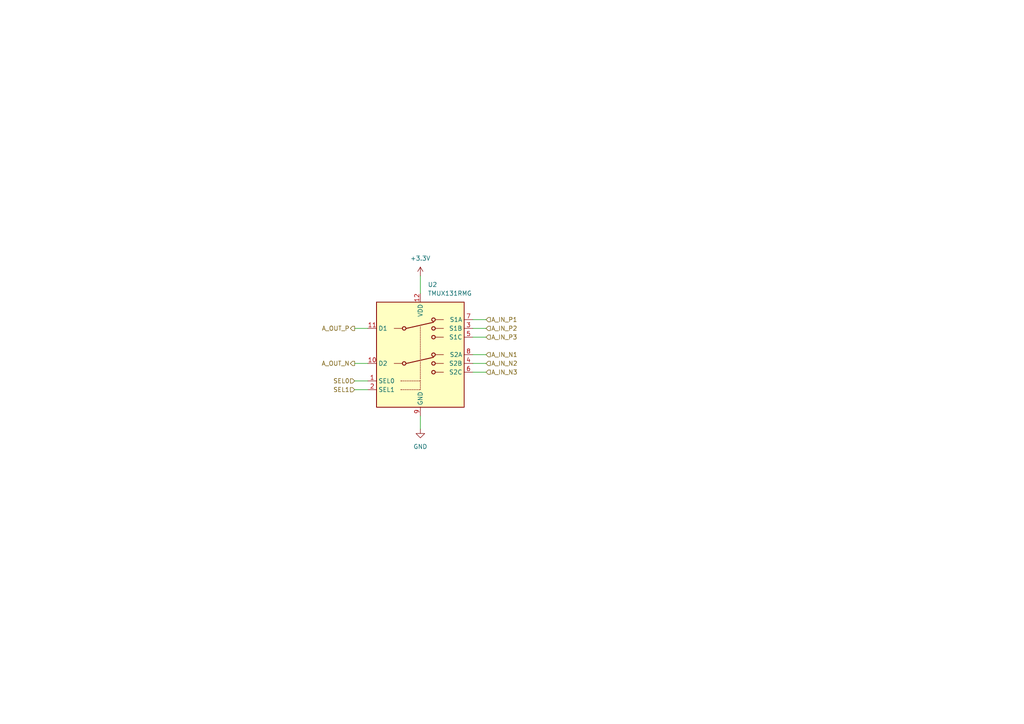
<source format=kicad_sch>
(kicad_sch (version 20250114) (generator "eeschema") (generator_version "9.0")
  (paper "A4")
  (lib_symbols
    (symbol "Analog_Switch:TMUX131RMG"
      (property "Reference" "U" (at -11.43 16.51 0))
      (property "Value" "TMUX131RMG" (at 7.62 16.51 0))
      (symbol "TMUX131RMG_1_1"
        (rectangle (start -12.7 15.24) (end 12.7 -15.24) (stroke (width 0.254)) (fill (type background)))
        (polyline (pts (xy -7.62 7.62) (xy -5.334 7.62)))
        (polyline (pts (xy -7.62 -2.54) (xy -5.334 -2.54)))
        (polyline (pts (xy -5.715 -7.62) (xy -5.207 -7.62)))
        (polyline (pts (xy -5.715 -10.16) (xy -5.207 -10.16)))
        (polyline (pts (xy -4.953 -7.62) (xy -4.699 -7.62)))
        (polyline (pts (xy -4.953 -10.16) (xy -4.699 -10.16)))
        (circle (center -4.699 7.62) (radius 0.508) (stroke (width 0.254)))
        (circle (center -4.699 -2.54) (radius 0.508) (stroke (width 0.254)))
        (polyline (pts (xy -4.445 -7.62) (xy -4.191 -7.62)))
        (polyline (pts (xy -4.445 -10.16) (xy -4.191 -10.16)))
        (polyline (pts (xy -3.937 -7.62) (xy -3.683 -7.62)))
        (polyline (pts (xy -3.937 -10.16) (xy -3.683 -10.16)))
        (polyline (pts (xy -3.429 -7.62) (xy -3.175 -7.62)))
        (polyline (pts (xy -3.429 -10.16) (xy -3.175 -10.16)))
        (polyline (pts (xy -2.921 -7.62) (xy -2.667 -7.62)))
        (polyline (pts (xy -2.921 -10.16) (xy -2.667 -10.16)))
        (polyline (pts (xy -2.413 -7.62) (xy -2.159 -7.62)))
        (polyline (pts (xy -2.413 -10.16) (xy -2.159 -10.16)))
        (polyline (pts (xy -1.905 -7.62) (xy -1.651 -7.62)))
        (polyline (pts (xy -1.905 -10.16) (xy -1.651 -10.16)))
        (polyline (pts (xy -1.397 -7.62) (xy -1.143 -7.62)))
        (polyline (pts (xy -1.397 -10.16) (xy -1.143 -10.16)))
        (polyline (pts (xy -0.889 -7.62) (xy -0.635 -7.62)))
        (polyline (pts (xy -0.889 -10.16) (xy -0.635 -10.16)))
        (polyline (pts (xy -0.381 -7.62) (xy -0.127 -7.62)))
        (polyline (pts (xy -0.381 -10.16) (xy -0.127 -10.16)))
        (polyline (pts (xy 0 7.874) (xy 0 8.128)))
        (polyline (pts (xy 0 7.366) (xy 0 7.62)))
        (polyline (pts (xy 0 6.858) (xy 0 7.112)))
        (polyline (pts (xy 0 6.35) (xy 0 6.604)))
        (polyline (pts (xy 0 5.842) (xy 0 6.096)))
        (polyline (pts (xy 0 5.334) (xy 0 5.588)))
        (polyline (pts (xy 0 4.826) (xy 0 5.08)))
        (polyline (pts (xy 0 4.318) (xy 0 4.572)))
        (polyline (pts (xy 0 3.81) (xy 0 4.064)))
        (polyline (pts (xy 0 3.302) (xy 0 3.556)))
        (polyline (pts (xy 0 2.794) (xy 0 3.048)))
        (polyline (pts (xy 0 2.286) (xy 0 2.54)))
        (polyline (pts (xy 0 1.778) (xy 0 2.032)))
        (polyline (pts (xy 0 1.27) (xy 0 1.524)))
        (polyline (pts (xy 0 0.762) (xy 0 1.016)))
        (polyline (pts (xy 0 0.254) (xy 0 0.508)))
        (polyline (pts (xy 0 -0.254) (xy 0 0)))
        (polyline (pts (xy 0 -0.762) (xy 0 -0.508)))
        (polyline (pts (xy 0 -1.27) (xy 0 -1.016)))
        (polyline (pts (xy 0 -2.286) (xy 0 -2.032)))
        (polyline (pts (xy 0 -2.794) (xy 0 -2.54)))
        (polyline (pts (xy 0 -3.302) (xy 0 -3.048)))
        (polyline (pts (xy 0 -3.81) (xy 0 -3.556)))
        (polyline (pts (xy 0 -4.318) (xy 0 -4.064)))
        (polyline (pts (xy 0 -4.826) (xy 0 -4.572)))
        (polyline (pts (xy 0 -5.334) (xy 0 -5.08)))
        (polyline (pts (xy 0 -5.842) (xy 0 -5.588)))
        (polyline (pts (xy 0 -6.35) (xy 0 -6.096)))
        (polyline (pts (xy 0 -6.985) (xy 0 -6.604)))
        (polyline (pts (xy 0 -7.62) (xy 0 -7.366)))
        (polyline (pts (xy 0 -8.128) (xy 0 -7.874)))
        (polyline (pts (xy 0 -8.636) (xy 0 -8.382)))
        (polyline (pts (xy 0 -9.144) (xy 0 -8.89)))
        (polyline (pts (xy 0 -9.652) (xy 0 -9.398)))
        (polyline (pts (xy 0 -10.16) (xy 0 -9.906)))
        (circle (center 3.81 10.16) (radius 0.508) (stroke (width 0.254)))
        (polyline (pts (xy 3.81 9.398) (xy -4.064 7.62)) (stroke (width 0.254)))
        (circle (center 3.81 7.62) (radius 0.508) (stroke (width 0.254)))
        (circle (center 3.81 5.08) (radius 0.508) (stroke (width 0.254)))
        (circle (center 3.81 0) (radius 0.508) (stroke (width 0.254)))
        (polyline (pts (xy 3.81 -0.762) (xy -4.064 -2.54)) (stroke (width 0.254)))
        (circle (center 3.81 -2.54) (radius 0.508) (stroke (width 0.254)))
        (circle (center 3.81 -5.08) (radius 0.508) (stroke (width 0.254)))
        (polyline (pts (xy 6.731 10.16) (xy 4.445 10.16)))
        (polyline (pts (xy 6.731 7.62) (xy 4.445 7.62)))
        (polyline (pts (xy 6.731 5.08) (xy 4.445 5.08)))
        (polyline (pts (xy 6.731 0) (xy 4.445 0)))
        (polyline (pts (xy 6.731 -2.54) (xy 4.445 -2.54)))
        (polyline (pts (xy 6.731 -5.08) (xy 4.445 -5.08)))
        (pin passive line (at -15.24 7.62 0) (length 2.54) (name "D1") (number "11"))
        (pin passive line (at -15.24 -2.54 0) (length 2.54) (name "D2") (number "10"))
        (pin input line (at -15.24 -7.62 0) (length 2.54) (name "SEL0") (number "1"))
        (pin input line (at -15.24 -10.16 0) (length 2.54) (name "SEL1") (number "2"))
        (pin power_in line (at 0 17.78 270) (length 2.54) (name "VDD") (number "12"))
        (pin power_in line (at 0 -17.78 90) (length 2.54) (name "GND") (number "9"))
        (pin passive line (at 15.24 10.16 180) (length 2.54) (name "S1A") (number "7"))
        (pin passive line (at 15.24 7.62 180) (length 2.54) (name "S1B") (number "3"))
        (pin passive line (at 15.24 5.08 180) (length 2.54) (name "S1C") (number "5"))
        (pin passive line (at 15.24 0 180) (length 2.54) (name "S2A") (number "8"))
        (pin passive line (at 15.24 -2.54 180) (length 2.54) (name "S2B") (number "4"))
        (pin passive line (at 15.24 -5.08 180) (length 2.54) (name "S2C") (number "6"))
      )
    )
    (symbol "power:+3.3V" (power) (pin_numbers (hide yes)) (pin_names (offset 0) (hide yes))
      (property "Value" "+3.3V" (at 0 3.556 0))
      (symbol "+3.3V_0_1"
        (polyline (pts (xy -0.762 1.27) (xy 0 2.54)))
        (polyline (pts (xy 0 2.54) (xy 0.762 1.27)))
        (polyline (pts (xy 0 0) (xy 0 2.54)))
      )
      (symbol "+3.3V_1_1"
        (pin power_in line (at 0 0 90) (length 0) (name "~") (number "1"))
      )
    )
    (symbol "power:GND" (power) (pin_numbers (hide yes)) (pin_names (offset 0) (hide yes))
      (property "Value" "GND" (at 0 -3.81 0))
      (symbol "GND_0_1"
        (polyline (pts (xy 0 0) (xy 0 -1.27) (xy 1.27 -1.27) (xy 0 -2.54) (xy -1.27 -1.27) (xy 0 -1.27)))
      )
      (symbol "GND_1_1"
        (pin power_in line (at 0 0 270) (length 0) (name "~") (number "1"))
      )
    )
  )
  (wire (pts (xy 102.87 110.49) (xy 106.68 110.49)))
  (wire (pts (xy 102.87 95.25) (xy 106.68 95.25)))
  (wire (pts (xy 137.16 105.41) (xy 140.97 105.41)))
  (wire (pts (xy 137.16 97.79) (xy 140.97 97.79)))
  (wire (pts (xy 137.16 92.71) (xy 140.97 92.71)))
  (wire (pts (xy 102.87 113.03) (xy 106.68 113.03)))
  (wire (pts (xy 102.87 105.41) (xy 106.68 105.41)))
  (wire (pts (xy 137.16 107.95) (xy 140.97 107.95)))
  (wire (pts (xy 137.16 102.87) (xy 140.97 102.87)))
  (wire (pts (xy 121.92 80.01) (xy 121.92 85.09)))
  (wire (pts (xy 121.92 120.65) (xy 121.92 124.46)))
  (wire (pts (xy 137.16 95.25) (xy 140.97 95.25)))
  (hierarchical_label "A_IN_N3" (shape input) (at 140.97 107.95 0))
  (hierarchical_label "A_OUT_P" (shape output) (at 102.87 95.25 180))
  (hierarchical_label "A_OUT_N" (shape output) (at 102.87 105.41 180))
  (hierarchical_label "SEL0" (shape input) (at 102.87 110.49 180))
  (hierarchical_label "A_IN_P2" (shape input) (at 140.97 95.25 0))
  (hierarchical_label "A_IN_P1" (shape input) (at 140.97 92.71 0))
  (hierarchical_label "A_IN_N1" (shape input) (at 140.97 102.87 0))
  (hierarchical_label "A_IN_N2" (shape input) (at 140.97 105.41 0))
  (hierarchical_label "SEL1" (shape input) (at 102.87 113.03 180))
  (hierarchical_label "A_IN_P3" (shape input) (at 140.97 97.79 0))
  (symbol (lib_id "Analog_Switch:TMUX131RMG") (at 121.92 102.87 0) (unit 1)
    (property "Reference" "U2" (at 124.0633 82.55 0) (effects (justify left)))
    (property "Value" "TMUX131RMG" (at 124.0633 85.09 0) (effects (justify left)))
    (property "Footprint" "Package_DFN_QFN:Texas_RMG0012A_WQFN-12_1.8x1.8mm_P0.4mm" (effects (hide yes)))
    (property "Datasheet" "https://www.ti.com/lit/ds/symlink/tmux131.pdf" (effects (hide yes)))
    (property "Description" "Low Capacitance, R_{on} 5.5Ω, 2-Channel, 3:1 Switch, 2.5-4.3V, WQFN-12" (effects (hide yes)))
  )
  (symbol (lib_id "power:GND") (at 121.92 124.46 0) (unit 1)
    (property "Reference" "#PWR08" (effects (hide yes)))
    (property "Value" "GND" (at 121.92 129.54 0))
    (property "Description" "Power symbol creates a global label with name \"GND\" , ground" (effects (hide yes)))
  )
  (symbol (lib_id "power:+3.3V") (at 121.92 80.01 0) (unit 1)
    (property "Reference" "#PWR014" (effects (hide yes)))
    (property "Value" "+3.3V" (at 121.92 74.93 0))
    (property "Description" "Power symbol creates a global label with name \"+3.3V\"" (effects (hide yes)))
  )
)
</source>
